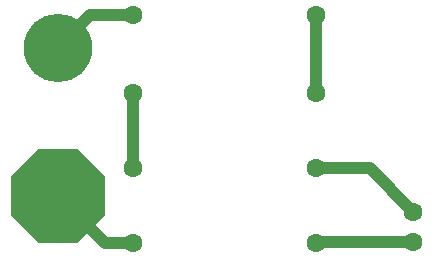
<source format=gbl>
G04 Layer: BottomLayer*
G04 EasyEDA v6.5.46, 2025-03-27 13:21:17*
G04 704521dcdfe345978b60cab35befc636,6aa7a9a2d1144d06b9832bf800529d21,10*
G04 Gerber Generator version 0.2*
G04 Scale: 100 percent, Rotated: No, Reflected: No *
G04 Dimensions in millimeters *
G04 leading zeros omitted , absolute positions ,4 integer and 5 decimal *
%FSLAX45Y45*%
%MOMM*%

%AMMACRO1*4,1,8,-4,1.6569,-1.6569,4,1.6568,4,4,1.6569,4,-1.6568,1.6568,-4,-1.6569,-4,-4,-1.6568,-4,1.6569,0*%
%ADD10C,1.0000*%
%ADD11C,5.8000*%
%ADD12MACRO1*%
%ADD13C,1.6000*%

%LPD*%
D10*
X1079195Y279400D02*
G01*
X848207Y279400D01*
X444500Y683097D01*
X1079195Y2209800D02*
G01*
X721207Y2209800D01*
X444500Y1933094D01*
X3454400Y292100D02*
G01*
X2641904Y292100D01*
X2629204Y279400D01*
X1079195Y1549400D02*
G01*
X1079195Y914400D01*
X2629204Y914400D02*
G01*
X3086100Y914400D01*
X3454400Y546100D01*
X2629204Y2209800D02*
G01*
X2629204Y1549400D01*
D11*
G01*
X444500Y1933094D03*
D12*
G01*
X444500Y683097D03*
D13*
G01*
X1079195Y2209800D03*
G01*
X2629204Y2209800D03*
G01*
X1079195Y1549400D03*
G01*
X2629204Y1549400D03*
G01*
X1079195Y914400D03*
G01*
X2629204Y914400D03*
G01*
X1079195Y279400D03*
G01*
X2629204Y279400D03*
G01*
X3454400Y546100D03*
G01*
X3454400Y292100D03*
M02*

</source>
